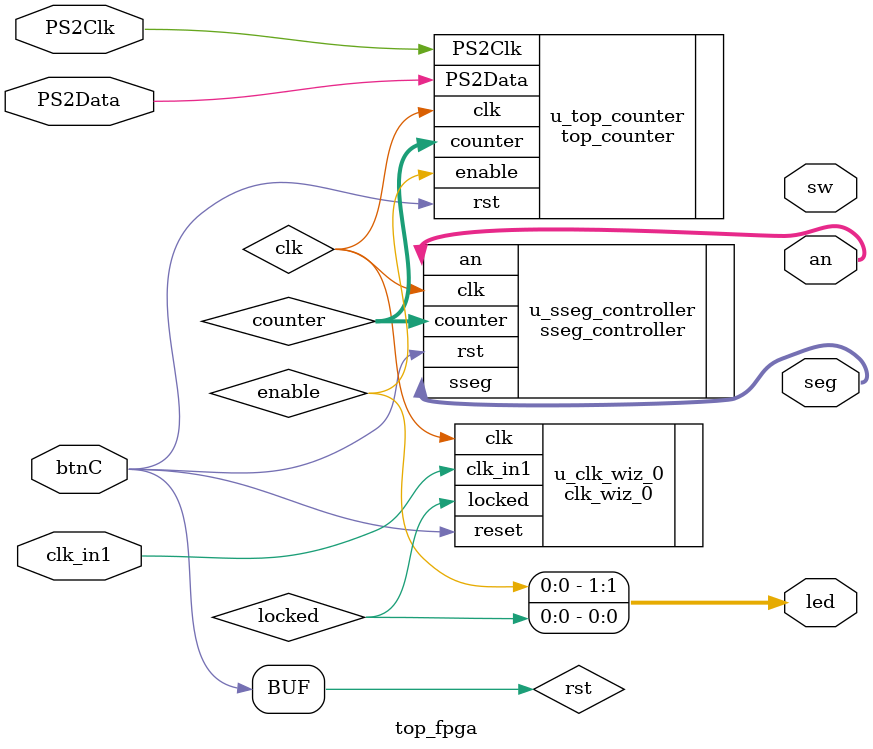
<source format=sv>
 `timescale 1 ns / 1 ps

 module top_fpga (
     input   logic       clk_in1,
     input   logic       btnC,

     inout   logic       PS2Clk,
     inout   logic       PS2Data,
 
     output  logic [1:0] led,
     output  logic [1:0] sw,
     output  logic [6:0] seg,
     output  logic [3:0] an
 );
 
 (* KEEP = "TRUE" *)
 (* ASYNC_REG = "TRUE" *)


 /**
  * Local variables and signals
  */
  logic locked;
  wire rst, clk;
  wire [31:0] counter;
  wire enable;   

  assign rst = btnC;
  assign led[0] = locked; 
  assign led[1] = enable;


  clk_wiz_0 u_clk_wiz_0 (
    .clk_in1(clk_in1),
    .locked (locked),
    .reset  (rst),

    .clk    (clk)
  );


 top_counter u_top_counter (
   .PS2Clk (PS2Clk),
   .PS2Data(PS2Data),
   .clk    (clk),
   .counter(counter),
   .enable (enable),
   .rst    (rst)
 );


 sseg_controller u_sseg_controller (
     .clk    (clk),
     .counter(counter),
     .rst    (rst),
     .sseg   (seg),
     .an     (an)
 );

 
 
 
 endmodule
 
</source>
